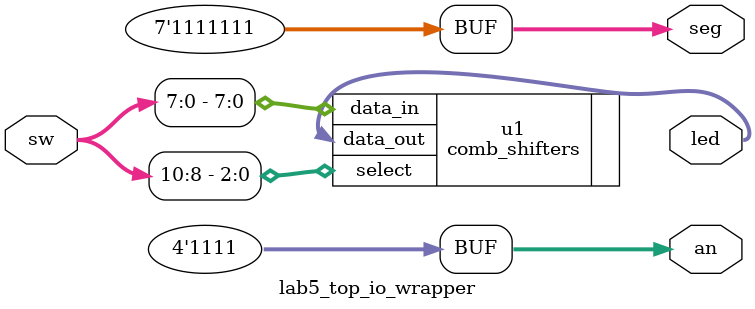
<source format=sv>
`timescale 1ns / 1ps
module lab5_top_io_wrapper(
	output logic [6:0] seg,
	output logic [3:0] an,
	output logic [7:0] led,
	input logic [10:0] sw
	);

	// shut off the seven segment decoder
	assign an = 4'b1111;
	assign seg = 7'b1111111;

	// Instantiate the top module
	comb_shifters u1 (.data_out(led), .select(sw[10:8]), .data_in(sw[7:0]));

endmodule

</source>
